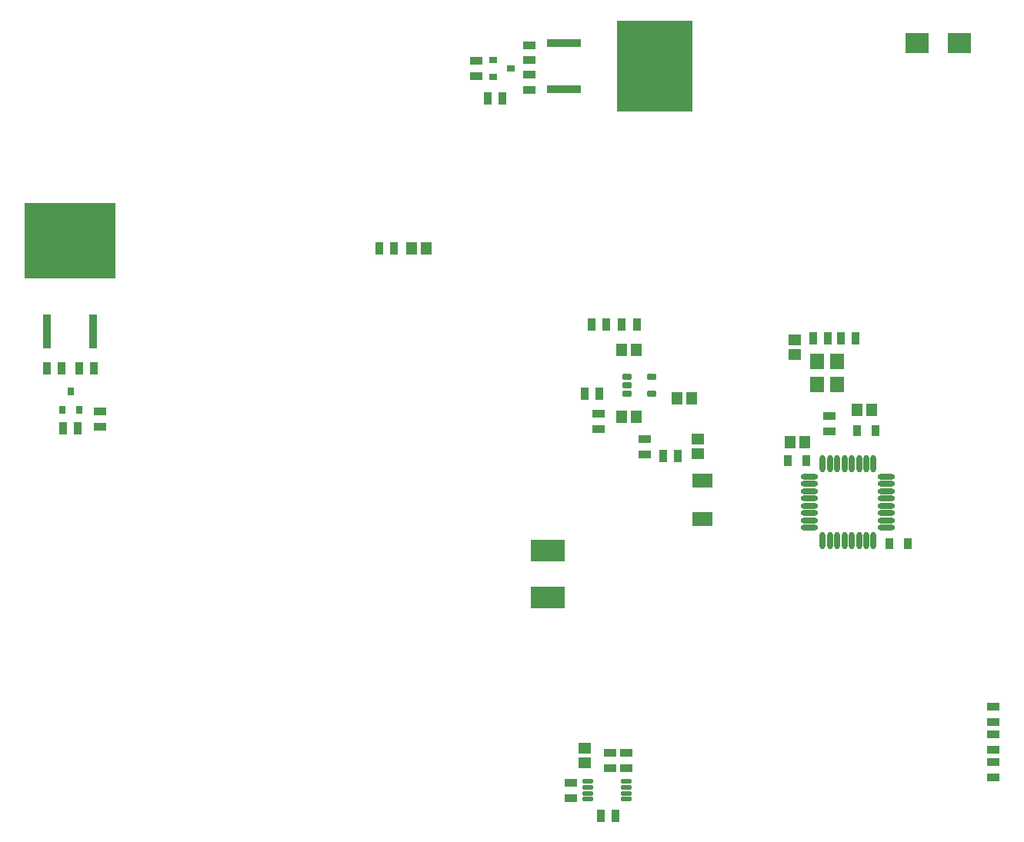
<source format=gbp>
G04*
G04 #@! TF.GenerationSoftware,Altium Limited,Altium Designer,24.6.1 (21)*
G04*
G04 Layer_Color=128*
%FSLAX25Y25*%
%MOIN*%
G70*
G04*
G04 #@! TF.SameCoordinates,65BBE5AF-797C-4DEE-A542-627196F68B12*
G04*
G04*
G04 #@! TF.FilePolarity,Positive*
G04*
G01*
G75*
%ADD25R,0.08583X0.06378*%
%ADD26R,0.05315X0.03347*%
%ADD27R,0.03347X0.05315*%
%ADD30R,0.05733X0.05136*%
%ADD31R,0.05136X0.05733*%
G04:AMPARAMS|DCode=87|XSize=17.72mil|YSize=45.28mil|CornerRadius=1.95mil|HoleSize=0mil|Usage=FLASHONLY|Rotation=90.000|XOffset=0mil|YOffset=0mil|HoleType=Round|Shape=RoundedRectangle|*
%AMROUNDEDRECTD87*
21,1,0.01772,0.04138,0,0,90.0*
21,1,0.01382,0.04528,0,0,90.0*
1,1,0.00390,0.02069,0.00691*
1,1,0.00390,0.02069,-0.00691*
1,1,0.00390,-0.02069,-0.00691*
1,1,0.00390,-0.02069,0.00691*
%
%ADD87ROUNDEDRECTD87*%
%ADD88R,0.15158X0.03740*%
%ADD89R,0.33071X0.39764*%
%ADD90R,0.03740X0.15158*%
%ADD91R,0.39764X0.33071*%
%ADD92R,0.03765X0.04749*%
%ADD93R,0.09843X0.08661*%
%ADD94R,0.03150X0.03543*%
%ADD95R,0.03543X0.03150*%
%ADD96R,0.14567X0.09646*%
G04:AMPARAMS|DCode=97|XSize=23.62mil|YSize=39.37mil|CornerRadius=2.01mil|HoleSize=0mil|Usage=FLASHONLY|Rotation=270.000|XOffset=0mil|YOffset=0mil|HoleType=Round|Shape=RoundedRectangle|*
%AMROUNDEDRECTD97*
21,1,0.02362,0.03535,0,0,270.0*
21,1,0.01961,0.03937,0,0,270.0*
1,1,0.00402,-0.01768,-0.00980*
1,1,0.00402,-0.01768,0.00980*
1,1,0.00402,0.01768,0.00980*
1,1,0.00402,0.01768,-0.00980*
%
%ADD97ROUNDEDRECTD97*%
%ADD98O,0.02362X0.07677*%
%ADD99O,0.07677X0.02362*%
%ADD100R,0.05906X0.06693*%
D25*
X522000Y284307D02*
D03*
Y267693D02*
D03*
D26*
X648000Y155752D02*
D03*
Y162248D02*
D03*
X577000Y312248D02*
D03*
Y305752D02*
D03*
X465000Y153248D02*
D03*
Y146752D02*
D03*
X497000Y295752D02*
D03*
Y302248D02*
D03*
X489000Y166248D02*
D03*
Y159752D02*
D03*
X424000Y466248D02*
D03*
Y459752D02*
D03*
X261000Y307752D02*
D03*
Y314248D02*
D03*
X648000Y186248D02*
D03*
Y179752D02*
D03*
X482000Y166248D02*
D03*
Y159752D02*
D03*
X447000Y473000D02*
D03*
Y466504D02*
D03*
X477000Y306752D02*
D03*
Y313248D02*
D03*
X648000Y174248D02*
D03*
Y167752D02*
D03*
X447000Y460248D02*
D03*
Y453752D02*
D03*
D27*
X473752Y352000D02*
D03*
X480248D02*
D03*
X251752Y333000D02*
D03*
X258248D02*
D03*
X477752Y139000D02*
D03*
X484248D02*
D03*
X487000Y352000D02*
D03*
X493496D02*
D03*
X435248Y450000D02*
D03*
X428752D02*
D03*
X244752Y307000D02*
D03*
X251248D02*
D03*
X569752Y346000D02*
D03*
X576248D02*
D03*
X588248D02*
D03*
X581752D02*
D03*
X470752Y322000D02*
D03*
X477248D02*
D03*
X511248Y295000D02*
D03*
X504752D02*
D03*
X381752Y385000D02*
D03*
X388248D02*
D03*
X237752Y333000D02*
D03*
X244248D02*
D03*
D30*
X520000Y302172D02*
D03*
Y295828D02*
D03*
X471000Y168172D02*
D03*
Y161828D02*
D03*
X562000Y345172D02*
D03*
Y338828D02*
D03*
D31*
X493172Y341000D02*
D03*
X486828D02*
D03*
X493345Y312000D02*
D03*
X487000D02*
D03*
X517172Y320000D02*
D03*
X510828D02*
D03*
X559828Y301000D02*
D03*
X566172D02*
D03*
X588828Y315000D02*
D03*
X595172D02*
D03*
X402172Y385000D02*
D03*
X395828D02*
D03*
D87*
X472134Y146161D02*
D03*
Y148721D02*
D03*
Y151279D02*
D03*
X488866Y148721D02*
D03*
Y151279D02*
D03*
Y153839D02*
D03*
X472134D02*
D03*
X488866Y146161D02*
D03*
D88*
X461984Y474000D02*
D03*
Y454000D02*
D03*
D89*
X501158Y464000D02*
D03*
D90*
X238000Y349000D02*
D03*
X258000D02*
D03*
D91*
X248000Y388173D02*
D03*
D92*
X611035Y257000D02*
D03*
X602965D02*
D03*
X558965Y293000D02*
D03*
X567035D02*
D03*
X588965Y306000D02*
D03*
X597035D02*
D03*
D93*
X614748Y474000D02*
D03*
X633252D02*
D03*
D94*
X244520Y315000D02*
D03*
X252000D02*
D03*
X248260Y322874D02*
D03*
D95*
X431063Y466740D02*
D03*
Y459260D02*
D03*
X438937Y463000D02*
D03*
D96*
X455000Y233724D02*
D03*
Y254000D02*
D03*
D97*
X489173Y325740D02*
D03*
X500000Y322000D02*
D03*
Y329480D02*
D03*
X489173D02*
D03*
Y322000D02*
D03*
D98*
X586575Y291634D02*
D03*
X573976D02*
D03*
X596024Y258366D02*
D03*
X577126Y291634D02*
D03*
X580276D02*
D03*
X583425D02*
D03*
X589724D02*
D03*
X592874D02*
D03*
X596024D02*
D03*
X592874Y258366D02*
D03*
X589724D02*
D03*
X586575D02*
D03*
X583425D02*
D03*
X580276D02*
D03*
X577126D02*
D03*
X573976D02*
D03*
D99*
X601634Y263976D02*
D03*
X568366Y286024D02*
D03*
X601634D02*
D03*
Y282874D02*
D03*
Y279724D02*
D03*
Y276575D02*
D03*
Y273425D02*
D03*
Y270276D02*
D03*
Y267126D02*
D03*
X568366Y263976D02*
D03*
Y267126D02*
D03*
Y270276D02*
D03*
Y273425D02*
D03*
Y276575D02*
D03*
Y279724D02*
D03*
Y282874D02*
D03*
D100*
X580331Y326000D02*
D03*
X571669Y336000D02*
D03*
Y326000D02*
D03*
X580331Y336000D02*
D03*
M02*

</source>
